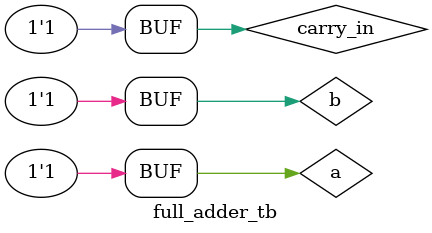
<source format=v>

module full_adder(sum,carry_out,a,b,carry_in);
output sum,carry_out;
input a,b,carry_in;
/*
wire w1,w2,w3;
half_adder ha1(w1,w2,a,b);
half_adder ha2(sum,w3,w1,carry_in);
or(carry_out,w2,w3);
*/
assign sum=(((~a)&(~b)&carry_in) | (b&(~a)&(~carry_in)) | (a&(~b)&(~carry_in)) | (a&b&carry_in));
assign carry_out=(((~a)&b&carry_in) | (a&(~b)&carry_in) | (a&b&(~carry_in))| (a&b&carry_in));
endmodule

//Test Bench:

module full_adder_tb();
reg a,b,carry_in;
wire sum,carry_out;
full_adder f1(sum,carry_out,a,b,carry_in);
initial
begin
$monitor($time," A=%b B=%b Cin=%b SUM=%b Carry=%b",a,b,carry_in,sum,carry_out);
end
initial
begin
	a=1'b0; b=1'b0; carry_in=1'b0;
	#5;
	a=1'b0; b=1'b0; carry_in=1'b1;
	#5;
	a=1'b0; b=1'b1; carry_in=1'b0;
	#5;
	a=1'b0; b=1'b1; carry_in=1'b1;
	#5;
	a=1'b1; b=1'b0; carry_in=1'b0;
	#5;
	a=1'b1; b=1'b0; carry_in=1'b1;
	#5;
	a=1'b1; b=1'b1; carry_in=1'b0;
	#5;
	a=1'b1; b=1'b1; carry_in=1'b1;
	#5;
end
initial
begin
$dumpfile("full_adder.dump");
$dumpvars(0,full_adder_tb);
end
endmodule


</source>
